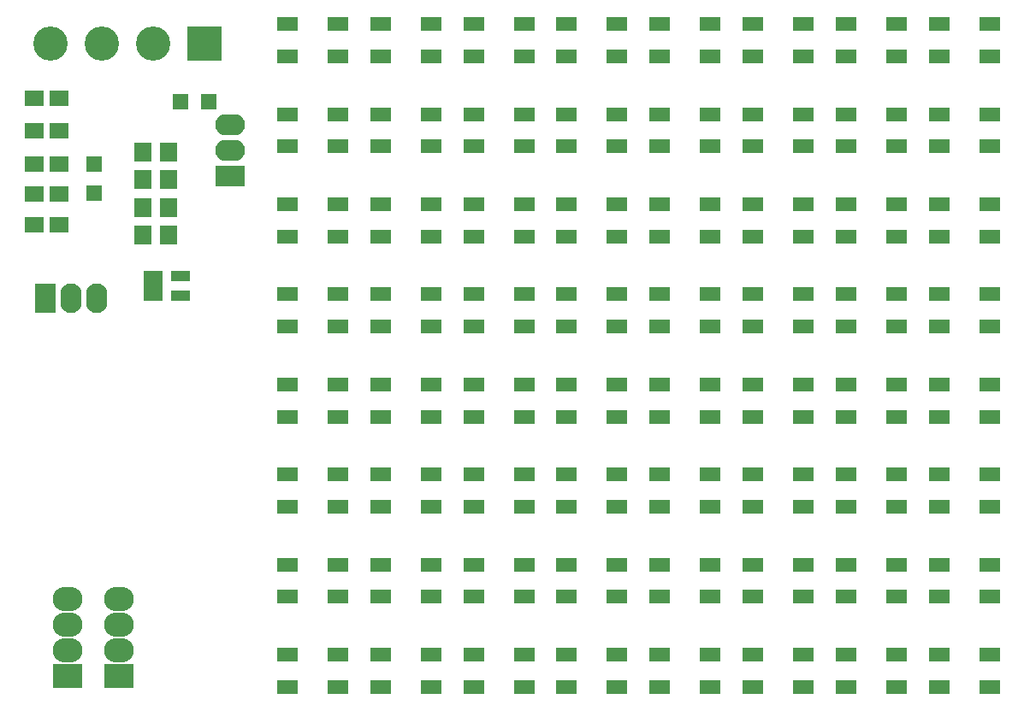
<source format=gbr>
G04 #@! TF.GenerationSoftware,KiCad,Pcbnew,5.0.0-fee4fd1~66~ubuntu18.04.1*
G04 #@! TF.CreationDate,2018-10-08T14:25:46+08:00*
G04 #@! TF.ProjectId,ws2812-stm32-interface,7773323831322D73746D33322D696E74,rev?*
G04 #@! TF.SameCoordinates,Original*
G04 #@! TF.FileFunction,Soldermask,Top*
G04 #@! TF.FilePolarity,Negative*
%FSLAX46Y46*%
G04 Gerber Fmt 4.6, Leading zero omitted, Abs format (unit mm)*
G04 Created by KiCad (PCBNEW 5.0.0-fee4fd1~66~ubuntu18.04.1) date Mon Oct  8 14:25:46 2018*
%MOMM*%
%LPD*%
G01*
G04 APERTURE LIST*
%ADD10R,1.700000X1.900000*%
%ADD11O,2.940000X2.100000*%
%ADD12R,2.900000X2.100000*%
%ADD13R,2.940000X2.400000*%
%ADD14O,2.940000X2.400000*%
%ADD15R,2.000000X1.400000*%
%ADD16C,3.400000*%
%ADD17R,3.400000X3.400000*%
%ADD18R,1.900000X1.650000*%
%ADD19R,1.500000X1.500000*%
%ADD20R,1.960000X1.050000*%
%ADD21O,2.100000X2.940000*%
%ADD22R,2.100000X2.900000*%
G04 APERTURE END LIST*
D10*
G04 #@! TO.C,LD_O1*
X29718000Y-34624000D03*
X29718000Y-31924000D03*
G04 #@! TD*
D11*
G04 #@! TO.C,JP1*
X35814000Y-29210000D03*
X35814000Y-31750000D03*
D12*
X35814000Y-34290000D03*
G04 #@! TD*
D13*
G04 #@! TO.C,J3*
X19685000Y-83820000D03*
D14*
X19685000Y-81280000D03*
X19685000Y-78740000D03*
X19685000Y-76200000D03*
G04 #@! TD*
G04 #@! TO.C,J4*
X24765000Y-76200000D03*
X24765000Y-78740000D03*
X24765000Y-81280000D03*
D13*
X24765000Y-83820000D03*
G04 #@! TD*
D15*
G04 #@! TO.C,D7*
X96741426Y-19228000D03*
X96741426Y-22428000D03*
X101741426Y-19228000D03*
X101741426Y-22428000D03*
G04 #@! TD*
G04 #@! TO.C,D23*
X96741426Y-37080570D03*
X96741426Y-40280570D03*
X101741426Y-37080570D03*
X101741426Y-40280570D03*
G04 #@! TD*
G04 #@! TO.C,D2*
X55658571Y-22428000D03*
X55658571Y-19228000D03*
X50658571Y-22428000D03*
X50658571Y-19228000D03*
G04 #@! TD*
G04 #@! TO.C,D17*
X41442000Y-37080570D03*
X41442000Y-40280570D03*
X46442000Y-37080570D03*
X46442000Y-40280570D03*
G04 #@! TD*
G04 #@! TO.C,D18*
X55658571Y-40280570D03*
X55658571Y-37080570D03*
X50658571Y-40280570D03*
X50658571Y-37080570D03*
G04 #@! TD*
G04 #@! TO.C,D19*
X59875142Y-37080570D03*
X59875142Y-40280570D03*
X64875142Y-37080570D03*
X64875142Y-40280570D03*
G04 #@! TD*
G04 #@! TO.C,D20*
X74091713Y-40280570D03*
X74091713Y-37080570D03*
X69091713Y-40280570D03*
X69091713Y-37080570D03*
G04 #@! TD*
G04 #@! TO.C,D21*
X78308284Y-37080570D03*
X78308284Y-40280570D03*
X83308284Y-37080570D03*
X83308284Y-40280570D03*
G04 #@! TD*
G04 #@! TO.C,D22*
X92524855Y-40280570D03*
X92524855Y-37080570D03*
X87524855Y-40280570D03*
X87524855Y-37080570D03*
G04 #@! TD*
G04 #@! TO.C,D24*
X105958000Y-37080570D03*
X105958000Y-40280570D03*
X110958000Y-37080570D03*
X110958000Y-40280570D03*
G04 #@! TD*
G04 #@! TO.C,D25*
X46442000Y-49206855D03*
X46442000Y-46006855D03*
X41442000Y-49206855D03*
X41442000Y-46006855D03*
G04 #@! TD*
G04 #@! TO.C,D26*
X50658571Y-46006855D03*
X50658571Y-49206855D03*
X55658571Y-46006855D03*
X55658571Y-49206855D03*
G04 #@! TD*
G04 #@! TO.C,D27*
X64875142Y-49206855D03*
X64875142Y-46006855D03*
X59875142Y-49206855D03*
X59875142Y-46006855D03*
G04 #@! TD*
G04 #@! TO.C,D28*
X69091713Y-46006855D03*
X69091713Y-49206855D03*
X74091713Y-46006855D03*
X74091713Y-49206855D03*
G04 #@! TD*
G04 #@! TO.C,D29*
X83308284Y-49206855D03*
X83308284Y-46006855D03*
X78308284Y-49206855D03*
X78308284Y-46006855D03*
G04 #@! TD*
G04 #@! TO.C,D32*
X105958000Y-46006855D03*
X105958000Y-49206855D03*
X110958000Y-46006855D03*
X110958000Y-49206855D03*
G04 #@! TD*
G04 #@! TO.C,D15*
X101741426Y-31354285D03*
X101741426Y-28154285D03*
X96741426Y-31354285D03*
X96741426Y-28154285D03*
G04 #@! TD*
G04 #@! TO.C,D16*
X105958000Y-28154285D03*
X105958000Y-31354285D03*
X110958000Y-28154285D03*
X110958000Y-31354285D03*
G04 #@! TD*
G04 #@! TO.C,D1*
X46442000Y-22428000D03*
X46442000Y-19228000D03*
X41442000Y-22428000D03*
X41442000Y-19228000D03*
G04 #@! TD*
G04 #@! TO.C,D3*
X59875142Y-19228000D03*
X59875142Y-22428000D03*
X64875142Y-19228000D03*
X64875142Y-22428000D03*
G04 #@! TD*
G04 #@! TO.C,D4*
X74091713Y-22428000D03*
X74091713Y-19228000D03*
X69091713Y-22428000D03*
X69091713Y-19228000D03*
G04 #@! TD*
G04 #@! TO.C,D5*
X78308284Y-19228000D03*
X78308284Y-22428000D03*
X83308284Y-19228000D03*
X83308284Y-22428000D03*
G04 #@! TD*
G04 #@! TO.C,D6*
X92524855Y-22428000D03*
X92524855Y-19228000D03*
X87524855Y-22428000D03*
X87524855Y-19228000D03*
G04 #@! TD*
G04 #@! TO.C,D8*
X110958000Y-22428000D03*
X110958000Y-19228000D03*
X105958000Y-22428000D03*
X105958000Y-19228000D03*
G04 #@! TD*
G04 #@! TO.C,D9*
X41442000Y-28154285D03*
X41442000Y-31354285D03*
X46442000Y-28154285D03*
X46442000Y-31354285D03*
G04 #@! TD*
G04 #@! TO.C,D10*
X55658571Y-31354285D03*
X55658571Y-28154285D03*
X50658571Y-31354285D03*
X50658571Y-28154285D03*
G04 #@! TD*
G04 #@! TO.C,D11*
X59875142Y-28154285D03*
X59875142Y-31354285D03*
X64875142Y-28154285D03*
X64875142Y-31354285D03*
G04 #@! TD*
G04 #@! TO.C,D12*
X74091713Y-31354285D03*
X74091713Y-28154285D03*
X69091713Y-31354285D03*
X69091713Y-28154285D03*
G04 #@! TD*
G04 #@! TO.C,D13*
X78308284Y-28154285D03*
X78308284Y-31354285D03*
X83308284Y-28154285D03*
X83308284Y-31354285D03*
G04 #@! TD*
G04 #@! TO.C,D64*
X110958000Y-84912000D03*
X110958000Y-81712000D03*
X105958000Y-84912000D03*
X105958000Y-81712000D03*
G04 #@! TD*
G04 #@! TO.C,D14*
X87524855Y-28154285D03*
X87524855Y-31354285D03*
X92524855Y-28154285D03*
X92524855Y-31354285D03*
G04 #@! TD*
G04 #@! TO.C,D30*
X92524855Y-49206855D03*
X92524855Y-46006855D03*
X87524855Y-49206855D03*
X87524855Y-46006855D03*
G04 #@! TD*
G04 #@! TO.C,D55*
X101741426Y-75985710D03*
X101741426Y-72785710D03*
X96741426Y-75985710D03*
X96741426Y-72785710D03*
G04 #@! TD*
G04 #@! TO.C,D34*
X55658571Y-58133140D03*
X55658571Y-54933140D03*
X50658571Y-58133140D03*
X50658571Y-54933140D03*
G04 #@! TD*
G04 #@! TO.C,D49*
X46442000Y-75985710D03*
X46442000Y-72785710D03*
X41442000Y-75985710D03*
X41442000Y-72785710D03*
G04 #@! TD*
G04 #@! TO.C,D50*
X50658571Y-72785710D03*
X50658571Y-75985710D03*
X55658571Y-72785710D03*
X55658571Y-75985710D03*
G04 #@! TD*
G04 #@! TO.C,D51*
X64875142Y-75985710D03*
X64875142Y-72785710D03*
X59875142Y-75985710D03*
X59875142Y-72785710D03*
G04 #@! TD*
G04 #@! TO.C,D52*
X69091713Y-72785710D03*
X69091713Y-75985710D03*
X74091713Y-72785710D03*
X74091713Y-75985710D03*
G04 #@! TD*
G04 #@! TO.C,D53*
X83308284Y-75985710D03*
X83308284Y-72785710D03*
X78308284Y-75985710D03*
X78308284Y-72785710D03*
G04 #@! TD*
G04 #@! TO.C,D54*
X87524855Y-72785710D03*
X87524855Y-75985710D03*
X92524855Y-72785710D03*
X92524855Y-75985710D03*
G04 #@! TD*
G04 #@! TO.C,D56*
X110958000Y-75985710D03*
X110958000Y-72785710D03*
X105958000Y-75985710D03*
X105958000Y-72785710D03*
G04 #@! TD*
G04 #@! TO.C,D57*
X46442000Y-84912000D03*
X46442000Y-81712000D03*
X41442000Y-84912000D03*
X41442000Y-81712000D03*
G04 #@! TD*
G04 #@! TO.C,D58*
X50658571Y-81712000D03*
X50658571Y-84912000D03*
X55658571Y-81712000D03*
X55658571Y-84912000D03*
G04 #@! TD*
G04 #@! TO.C,D59*
X64875142Y-84912000D03*
X64875142Y-81712000D03*
X59875142Y-84912000D03*
X59875142Y-81712000D03*
G04 #@! TD*
G04 #@! TO.C,D60*
X69091713Y-81712000D03*
X69091713Y-84912000D03*
X74091713Y-81712000D03*
X74091713Y-84912000D03*
G04 #@! TD*
G04 #@! TO.C,D61*
X83308284Y-84912000D03*
X83308284Y-81712000D03*
X78308284Y-84912000D03*
X78308284Y-81712000D03*
G04 #@! TD*
G04 #@! TO.C,D63*
X96741426Y-81712000D03*
X96741426Y-84912000D03*
X101741426Y-81712000D03*
X101741426Y-84912000D03*
G04 #@! TD*
G04 #@! TO.C,D31*
X101741426Y-49206855D03*
X101741426Y-46006855D03*
X96741426Y-49206855D03*
X96741426Y-46006855D03*
G04 #@! TD*
G04 #@! TO.C,D47*
X101741426Y-67059425D03*
X101741426Y-63859425D03*
X96741426Y-67059425D03*
X96741426Y-63859425D03*
G04 #@! TD*
G04 #@! TO.C,D48*
X110958000Y-67059425D03*
X110958000Y-63859425D03*
X105958000Y-67059425D03*
X105958000Y-63859425D03*
G04 #@! TD*
G04 #@! TO.C,D33*
X41442000Y-54933140D03*
X41442000Y-58133140D03*
X46442000Y-54933140D03*
X46442000Y-58133140D03*
G04 #@! TD*
G04 #@! TO.C,D46*
X92524855Y-67059425D03*
X92524855Y-63859425D03*
X87524855Y-67059425D03*
X87524855Y-63859425D03*
G04 #@! TD*
G04 #@! TO.C,D45*
X78308284Y-63859425D03*
X78308284Y-67059425D03*
X83308284Y-63859425D03*
X83308284Y-67059425D03*
G04 #@! TD*
G04 #@! TO.C,D44*
X74091713Y-67059425D03*
X74091713Y-63859425D03*
X69091713Y-67059425D03*
X69091713Y-63859425D03*
G04 #@! TD*
G04 #@! TO.C,D43*
X59875142Y-63859425D03*
X59875142Y-67059425D03*
X64875142Y-63859425D03*
X64875142Y-67059425D03*
G04 #@! TD*
G04 #@! TO.C,D42*
X55658571Y-67059425D03*
X55658571Y-63859425D03*
X50658571Y-67059425D03*
X50658571Y-63859425D03*
G04 #@! TD*
G04 #@! TO.C,D41*
X41442000Y-63859425D03*
X41442000Y-67059425D03*
X46442000Y-63859425D03*
X46442000Y-67059425D03*
G04 #@! TD*
G04 #@! TO.C,D40*
X110958000Y-58133140D03*
X110958000Y-54933140D03*
X105958000Y-58133140D03*
X105958000Y-54933140D03*
G04 #@! TD*
G04 #@! TO.C,D39*
X96741426Y-54933140D03*
X96741426Y-58133140D03*
X101741426Y-54933140D03*
X101741426Y-58133140D03*
G04 #@! TD*
G04 #@! TO.C,D38*
X92524855Y-58133140D03*
X92524855Y-54933140D03*
X87524855Y-58133140D03*
X87524855Y-54933140D03*
G04 #@! TD*
G04 #@! TO.C,D37*
X78308284Y-54933140D03*
X78308284Y-58133140D03*
X83308284Y-54933140D03*
X83308284Y-58133140D03*
G04 #@! TD*
G04 #@! TO.C,D36*
X74091713Y-58133140D03*
X74091713Y-54933140D03*
X69091713Y-58133140D03*
X69091713Y-54933140D03*
G04 #@! TD*
G04 #@! TO.C,D62*
X87524855Y-81712000D03*
X87524855Y-84912000D03*
X92524855Y-81712000D03*
X92524855Y-84912000D03*
G04 #@! TD*
G04 #@! TO.C,D35*
X64875142Y-58133140D03*
X64875142Y-54933140D03*
X59875142Y-58133140D03*
X59875142Y-54933140D03*
G04 #@! TD*
D16*
G04 #@! TO.C,J2*
X18020760Y-21174571D03*
D17*
X33260760Y-21174571D03*
D16*
X23100760Y-21174571D03*
X28180760Y-21174571D03*
G04 #@! TD*
D18*
G04 #@! TO.C,C5*
X16373328Y-39086869D03*
X18873328Y-39086869D03*
G04 #@! TD*
G04 #@! TO.C,C4*
X18873328Y-36086869D03*
X16373328Y-36086869D03*
G04 #@! TD*
G04 #@! TO.C,C3*
X16373328Y-33086869D03*
X18873328Y-33086869D03*
G04 #@! TD*
G04 #@! TO.C,C2*
X18873328Y-29836869D03*
X16373328Y-29836869D03*
G04 #@! TD*
G04 #@! TO.C,C1*
X16373328Y-26586869D03*
X18873328Y-26586869D03*
G04 #@! TD*
D19*
G04 #@! TO.C,ZD2*
X30860760Y-26924571D03*
X33660760Y-26924571D03*
G04 #@! TD*
G04 #@! TO.C,ZD1*
X22352000Y-35944000D03*
X22352000Y-33144000D03*
G04 #@! TD*
D10*
G04 #@! TO.C,LD_G1*
X29718000Y-37432000D03*
X29718000Y-40132000D03*
G04 #@! TD*
G04 #@! TO.C,R2*
X27178000Y-34624000D03*
X27178000Y-31924000D03*
G04 #@! TD*
G04 #@! TO.C,R1*
X27178000Y-37432000D03*
X27178000Y-40132000D03*
G04 #@! TD*
D20*
G04 #@! TO.C,U1*
X30860760Y-44224571D03*
X30860760Y-46124571D03*
X28160760Y-46124571D03*
X28160760Y-45174571D03*
X28160760Y-44224571D03*
G04 #@! TD*
D21*
G04 #@! TO.C,J1*
X22590760Y-46424571D03*
X20050760Y-46424571D03*
D22*
X17510760Y-46424571D03*
G04 #@! TD*
M02*

</source>
